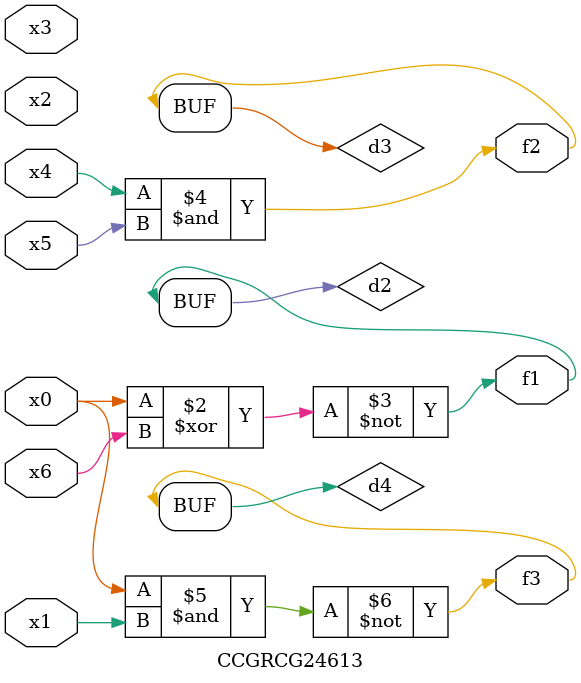
<source format=v>
module CCGRCG24613(
	input x0, x1, x2, x3, x4, x5, x6,
	output f1, f2, f3
);

	wire d1, d2, d3, d4;

	nor (d1, x0);
	xnor (d2, x0, x6);
	and (d3, x4, x5);
	nand (d4, x0, x1);
	assign f1 = d2;
	assign f2 = d3;
	assign f3 = d4;
endmodule

</source>
